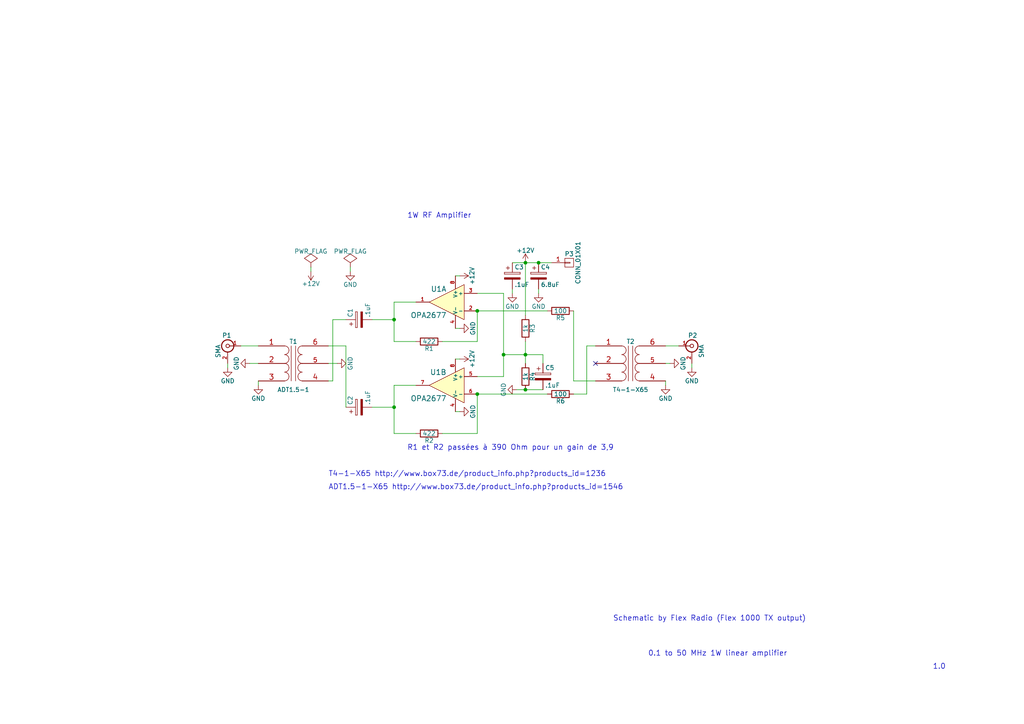
<source format=kicad_sch>
(kicad_sch (version 20230121) (generator eeschema)
  (paper "A4")
  (lib_symbols
    (symbol "ampli1W-rescue:+12V" (power) (pin_names (offset 0))
      (property "Value" "+12V" (at 0 3.556 0))
      (symbol "+12V_0_1"
        (polyline (pts (xy -0.762 1.27) (xy 0 2.54)))
        (polyline (pts (xy 0 0) (xy 0 2.54)))
        (polyline (pts (xy 0 2.54) (xy 0.762 1.27)))
      )
      (symbol "+12V_1_1"
        (pin power_in line (at 0 0 90) (length 0) hide (name "+12V") (number "1"))
      )
    )
    (symbol "ampli1W-rescue:BNC" (pin_names (offset 1.016) hide)
      (property "Reference" "P" (at 0.254 3.048 0))
      (property "Value" "BNC" (at 2.794 -1.524 90))
      (symbol "BNC_0_1"
        (circle (center 0 0) (radius 0.508) (stroke (width 0.2032)))
        (circle (center 0 0) (radius 1.778) (stroke (width 0.3048)))
      )
      (symbol "BNC_1_1"
        (pin passive line (at -3.81 0 0) (length 3.302) (name "In") (number "1"))
        (pin passive line (at 0 -5.08 90) (length 3.302) (name "Ext") (number "2"))
      )
    )
    (symbol "ampli1W-rescue:CONN_01X01" (pin_names (offset 1.016) hide)
      (property "Reference" "P" (at 0 2.54 0))
      (property "Value" "CONN_01X01" (at 2.54 0 90))
      (symbol "CONN_01X01_0_1"
        (rectangle (start -1.27 0.127) (end 0.254 -0.127))
        (rectangle (start -1.27 1.27) (end 1.27 -1.27))
      )
      (symbol "CONN_01X01_1_1"
        (pin passive line (at -5.08 0 0) (length 3.81) (name "P1") (number "1"))
      )
    )
    (symbol "ampli1W-rescue:CP" (pin_numbers hide) (pin_names (offset 0.254))
      (property "Reference" "C" (at 0.635 2.54 0))
      (property "Value" "CP" (at 0.635 -2.54 0))
      (symbol "CP_0_1"
        (rectangle (start -2.286 0.508) (end -2.286 1.016))
        (rectangle (start -2.286 0.508) (end 2.286 0.508))
        (polyline (pts (xy -1.778 2.286) (xy -0.762 2.286)))
        (polyline (pts (xy -1.27 2.794) (xy -1.27 1.778)))
        (rectangle (start 2.286 -0.508) (end -2.286 -1.016) (fill (type outline)))
        (rectangle (start 2.286 1.016) (end -2.286 1.016))
        (rectangle (start 2.286 1.016) (end 2.286 0.508))
      )
      (symbol "CP_1_1"
        (pin passive line (at 0 3.81 270) (length 2.794) (name "~") (number "1"))
        (pin passive line (at 0 -3.81 90) (length 2.794) (name "~") (number "2"))
      )
    )
    (symbol "ampli1W-rescue:GND" (power) (pin_names (offset 0))
      (property "Value" "GND" (at 0 -3.81 0))
      (symbol "GND_0_1"
        (polyline (pts (xy 0 0) (xy 0 -1.27) (xy 1.27 -1.27) (xy 0 -2.54) (xy -1.27 -1.27) (xy 0 -1.27)))
      )
      (symbol "GND_1_1"
        (pin power_in line (at 0 0 270) (length 0) hide (name "GND") (number "1"))
      )
    )
    (symbol "ampli1W-rescue:OP275-RESCUE-ampli1W" (pin_names (offset 0.254))
      (property "Reference" "U" (at 0 3.81 0))
      (property "Value" "OP275-RESCUE-ampli1W" (at 0 -3.81 0))
      (symbol "OP275-RESCUE-ampli1W_0_1"
        (polyline (pts (xy -5.08 5.08) (xy 5.08 0) (xy -5.08 -5.08) (xy -5.08 5.08)) (stroke (width 0.1524)) (fill (type background)))
        (pin power_in line (at -2.54 -7.62 90) (length 3.81) (name "V-") (number "4"))
        (pin power_in line (at -2.54 7.62 270) (length 3.81) (name "V+") (number "8"))
      )
      (symbol "OP275-RESCUE-ampli1W_1_1"
        (pin output line (at 8.89 0 180) (length 3.81) (name "~") (number "1"))
        (pin input line (at -8.89 -2.54 0) (length 3.81) (name "-") (number "2"))
        (pin input line (at -8.89 2.54 0) (length 3.81) (name "+") (number "3"))
      )
      (symbol "OP275-RESCUE-ampli1W_2_1"
        (pin input line (at -8.89 2.54 0) (length 3.81) (name "+") (number "5"))
        (pin input line (at -8.89 -2.54 0) (length 3.81) (name "-") (number "6"))
        (pin output line (at 8.89 0 180) (length 3.81) (name "~") (number "7"))
      )
    )
    (symbol "ampli1W-rescue:PWR_FLAG" (power) (pin_numbers hide) (pin_names (offset 0) hide)
      (property "Value" "PWR_FLAG" (at 0 4.572 0))
      (symbol "PWR_FLAG_0_0"
        (pin power_out line (at 0 0 90) (length 0) (name "pwr") (number "1"))
      )
      (symbol "PWR_FLAG_0_1"
        (polyline (pts (xy 0 0) (xy 0 1.27) (xy -1.905 2.54) (xy 0 3.81) (xy 1.905 2.54) (xy 0 1.27)))
      )
    )
    (symbol "ampli1W-rescue:R" (pin_numbers hide) (pin_names (offset 0))
      (property "Reference" "R" (at 2.032 0 90))
      (property "Value" "R" (at 0 0 90))
      (symbol "R_0_1"
        (rectangle (start -1.016 -2.54) (end 1.016 2.54) (stroke (width 0.254)))
      )
      (symbol "R_1_1"
        (pin passive line (at 0 3.81 270) (length 1.27) (name "~") (number "1"))
        (pin passive line (at 0 -3.81 90) (length 1.27) (name "~") (number "2"))
      )
    )
    (symbol "ampli1W-rescue:TRANSFO4-RESCUE-ampli1W" (pin_names (offset 1.016) hide)
      (property "Reference" "T" (at 0 6.35 0))
      (property "Value" "TRANSFO4-RESCUE-ampli1W" (at 0 -7.62 0))
      (symbol "TRANSFO4-RESCUE-ampli1W_0_1"
        (arc (start -2.54 -5.0546) (mid -1.6599 -4.6901) (end -1.27 -3.81))
        (arc (start -2.54 -2.5146) (mid -1.6599 -2.1501) (end -1.27 -1.27))
        (arc (start -2.54 0.0254) (mid -1.6599 0.3899) (end -1.27 1.27))
        (arc (start -2.54 2.5654) (mid -1.6599 2.9299) (end -1.27 3.81))
        (arc (start -1.27 -3.81) (mid -1.642 -2.912) (end -2.54 -2.54))
        (arc (start -1.27 -1.27) (mid -1.642 -0.372) (end -2.54 0))
        (arc (start -1.27 1.27) (mid -1.642 2.168) (end -2.54 2.54))
        (arc (start -1.27 3.81) (mid -1.642 4.708) (end -2.54 5.08))
        (polyline (pts (xy -0.635 5.08) (xy -0.635 -5.08)))
        (polyline (pts (xy 0.635 -5.08) (xy 0.635 5.08)))
        (arc (start 1.2954 -1.27) (mid 1.6599 -2.1501) (end 2.54 -2.5146))
        (arc (start 1.2954 1.27) (mid 1.6599 0.3899) (end 2.54 0.0254))
        (arc (start 1.2954 3.81) (mid 1.6599 2.9299) (end 2.54 2.5654))
        (arc (start 1.3208 -3.81) (mid 1.6853 -4.6901) (end 2.5654 -5.0546))
        (arc (start 2.54 0) (mid 1.642 -0.372) (end 1.2954 -1.27))
        (arc (start 2.54 2.54) (mid 1.642 2.168) (end 1.2954 1.27))
        (arc (start 2.54 5.08) (mid 1.642 4.708) (end 1.2954 3.81))
        (arc (start 2.5654 -2.54) (mid 1.6674 -2.912) (end 1.3208 -3.81))
      )
      (symbol "TRANSFO4-RESCUE-ampli1W_1_1"
        (pin passive line (at -10.16 5.08 0) (length 7.62) (name "PR1") (number "1"))
        (pin passive line (at -10.16 0 0) (length 7.62) (name "PM") (number "2"))
        (pin passive line (at -10.16 -5.08 0) (length 7.62) (name "PR2") (number "3"))
        (pin passive line (at 10.16 -5.08 180) (length 7.62) (name "S1") (number "4"))
        (pin passive line (at 10.16 0 180) (length 7.62) (name "S5") (number "5"))
        (pin passive line (at 10.16 5.08 180) (length 7.62) (name "S2") (number "6"))
      )
    )
  )
  (junction (at 156.21 76.2))
  (junction (at 114.3 118.11))
  (junction (at 146.05 102.87))
  (junction (at 138.43 114.3))
  (junction (at 138.43 90.17))
  (junction (at 152.4 113.03))
  (junction (at 152.4 102.87))
  (junction (at 114.3 92.71))
  (junction (at 152.4 76.2))
  (no_connect (at 172.72 105.41))
  (wire (pts (xy 95.25 105.41) (xy 97.79 105.41)))
  (wire (pts (xy 114.3 118.11) (xy 114.3 125.73)))
  (wire (pts (xy 128.27 99.06) (xy 138.43 99.06)))
  (wire (pts (xy 193.04 110.49) (xy 193.04 111.76)))
  (wire (pts (xy 101.6 78.74) (xy 101.6 77.47)))
  (wire (pts (xy 146.05 102.87) (xy 146.05 109.22)))
  (wire (pts (xy 170.18 114.3) (xy 170.18 100.33)))
  (wire (pts (xy 152.4 102.87) (xy 157.48 102.87)))
  (wire (pts (xy 69.85 100.33) (xy 74.93 100.33)))
  (wire (pts (xy 200.66 105.41) (xy 200.66 106.68)))
  (wire (pts (xy 133.35 80.01) (xy 132.08 80.01)))
  (wire (pts (xy 146.05 85.09) (xy 146.05 102.87)))
  (wire (pts (xy 152.4 99.06) (xy 152.4 102.87)))
  (wire (pts (xy 74.93 105.41) (xy 72.39 105.41)))
  (wire (pts (xy 146.05 102.87) (xy 152.4 102.87)))
  (wire (pts (xy 152.4 76.2) (xy 152.4 91.44)))
  (wire (pts (xy 152.4 102.87) (xy 152.4 105.41)))
  (wire (pts (xy 114.3 111.76) (xy 114.3 118.11)))
  (wire (pts (xy 193.04 105.41) (xy 194.31 105.41)))
  (wire (pts (xy 158.75 114.3) (xy 138.43 114.3)))
  (wire (pts (xy 157.48 102.87) (xy 157.48 105.41)))
  (wire (pts (xy 156.21 76.2) (xy 160.02 76.2)))
  (wire (pts (xy 114.3 99.06) (xy 120.65 99.06)))
  (wire (pts (xy 114.3 87.63) (xy 114.3 92.71)))
  (wire (pts (xy 120.65 111.76) (xy 114.3 111.76)))
  (wire (pts (xy 114.3 125.73) (xy 120.65 125.73)))
  (wire (pts (xy 196.85 100.33) (xy 193.04 100.33)))
  (wire (pts (xy 133.35 119.38) (xy 132.08 119.38)))
  (wire (pts (xy 133.35 104.14) (xy 132.08 104.14)))
  (wire (pts (xy 133.35 95.25) (xy 132.08 95.25)))
  (wire (pts (xy 114.3 92.71) (xy 114.3 99.06)))
  (wire (pts (xy 148.59 76.2) (xy 152.4 76.2)))
  (wire (pts (xy 66.04 105.41) (xy 66.04 106.68)))
  (wire (pts (xy 107.95 92.71) (xy 114.3 92.71)))
  (wire (pts (xy 107.95 118.11) (xy 114.3 118.11)))
  (wire (pts (xy 138.43 85.09) (xy 146.05 85.09)))
  (wire (pts (xy 74.93 110.49) (xy 74.93 111.76)))
  (wire (pts (xy 170.18 100.33) (xy 172.72 100.33)))
  (wire (pts (xy 95.25 110.49) (xy 96.52 110.49)))
  (wire (pts (xy 152.4 76.2) (xy 156.21 76.2)))
  (wire (pts (xy 152.4 113.03) (xy 157.48 113.03)))
  (wire (pts (xy 172.72 110.49) (xy 166.37 110.49)))
  (wire (pts (xy 166.37 110.49) (xy 166.37 90.17)))
  (wire (pts (xy 96.52 92.71) (xy 100.33 92.71)))
  (wire (pts (xy 138.43 125.73) (xy 128.27 125.73)))
  (wire (pts (xy 95.25 100.33) (xy 100.33 100.33)))
  (wire (pts (xy 138.43 90.17) (xy 158.75 90.17)))
  (wire (pts (xy 138.43 99.06) (xy 138.43 90.17)))
  (wire (pts (xy 138.43 114.3) (xy 138.43 125.73)))
  (wire (pts (xy 100.33 100.33) (xy 100.33 118.11)))
  (wire (pts (xy 120.65 87.63) (xy 114.3 87.63)))
  (wire (pts (xy 96.52 110.49) (xy 96.52 92.71)))
  (wire (pts (xy 146.05 109.22) (xy 138.43 109.22)))
  (wire (pts (xy 156.21 83.82) (xy 156.21 85.09)))
  (wire (pts (xy 166.37 114.3) (xy 170.18 114.3)))
  (wire (pts (xy 149.86 113.03) (xy 152.4 113.03)))
  (wire (pts (xy 148.59 83.82) (xy 148.59 85.09)))
  (wire (pts (xy 90.17 78.74) (xy 90.17 77.47)))
  (text "R1 et R2 passées à 390 Ohm pour un gain de 3,9" (at 118.11 130.81 0) (effects (font (size 1.524 1.524)) (justify left bottom)))
  (text "1.0" (at 270.51 194.31 0) (effects (font (size 1.524 1.524)) (justify left bottom)))
  (text "0.1 to 50 MHz 1W linear amplifier\n" (at 187.96 190.5 0) (effects (font (size 1.524 1.524)) (justify left bottom)))
  (text "T4-1-X65 http://www.box73.de/product_info.php?products_id=1236" (at 95.25 138.43 0) (effects (font (size 1.524 1.524)) (justify left bottom)))
  (text "ADT1.5-1-X65 http://www.box73.de/product_info.php?products_id=1546" (at 95.25 142.24 0) (effects (font (size 1.524 1.524)) (justify left bottom)))
  (text "1W RF Amplifier" (at 118.11 63.5 0) (effects (font (size 1.524 1.524)) (justify left bottom)))
  (text "Schematic by Flex Radio (Flex 1000 TX output)" (at 177.8 180.34 0) (effects (font (size 1.524 1.524)) (justify left bottom)))
  (symbol (lib_id "ampli1W-rescue:OP275-RESCUE-ampli1W") (at 129.54 87.63 0) (mirror y) (unit 1)
    (property "Reference" "U1" (at 129.54 83.82 0) (effects (font (size 1.524 1.524)) (justify left)))
    (property "Value" "OPA2677" (at 129.54 91.44 0) (effects (font (size 1.524 1.524)) (justify left)))
    (property "Footprint" "smd_dil:so-8" (effects hide))
  )
  (symbol (lib_id "ampli1W-rescue:OP275-RESCUE-ampli1W") (at 129.54 111.76 0) (mirror y) (unit 2)
    (property "Reference" "U1" (at 129.54 107.95 0) (effects (font (size 1.524 1.524)) (justify left)))
    (property "Value" "OPA2677" (at 129.54 115.57 0) (effects (font (size 1.524 1.524)) (justify left)))
    (property "Footprint" "smd_dil:so-8" (effects hide))
  )
  (symbol (lib_id "ampli1W-rescue:R") (at 124.46 99.06 270) (unit 1)
    (property "Reference" "R1" (at 124.46 101.092 90))
    (property "Value" "422" (at 124.46 99.06 90))
    (property "Footprint" "Capacitors_SMD:C_0805_HandSoldering" (effects hide))
  )
  (symbol (lib_id "ampli1W-rescue:R") (at 124.46 125.73 270) (unit 1)
    (property "Reference" "R2" (at 124.46 127.762 90))
    (property "Value" "422" (at 124.46 125.73 90))
    (property "Footprint" "Capacitors_SMD:C_0805_HandSoldering" (effects hide))
  )
  (symbol (lib_id "ampli1W-rescue:R") (at 152.4 95.25 0) (unit 1)
    (property "Reference" "R3" (at 154.432 95.25 90))
    (property "Value" "1k" (at 152.4 95.25 90))
    (property "Footprint" "Capacitors_SMD:C_0805_HandSoldering" (effects hide))
  )
  (symbol (lib_id "ampli1W-rescue:R") (at 152.4 109.22 0) (unit 1)
    (property "Reference" "R4" (at 154.432 109.22 90))
    (property "Value" "1k" (at 152.4 109.22 90))
    (property "Footprint" "Capacitors_SMD:C_0805_HandSoldering" (effects hide))
  )
  (symbol (lib_id "ampli1W-rescue:R") (at 162.56 90.17 270) (unit 1)
    (property "Reference" "R5" (at 162.56 92.202 90))
    (property "Value" "100" (at 162.56 90.17 90))
    (property "Footprint" "Capacitors_SMD:C_0805_HandSoldering" (effects hide))
  )
  (symbol (lib_id "ampli1W-rescue:R") (at 162.56 114.3 270) (unit 1)
    (property "Reference" "R6" (at 162.56 116.332 90))
    (property "Value" "100" (at 162.56 114.3 90))
    (property "Footprint" "Capacitors_SMD:C_0805_HandSoldering" (effects hide))
  )
  (symbol (lib_id "ampli1W-rescue:CP") (at 157.48 109.22 0) (unit 1)
    (property "Reference" "C5" (at 158.115 106.68 0) (effects (justify left)))
    (property "Value" ".1uF" (at 158.115 111.76 0) (effects (justify left)))
    (property "Footprint" "Resistors_SMD:R_1206_HandSoldering" (effects hide))
  )
  (symbol (lib_id "ampli1W-rescue:CP") (at 104.14 92.71 90) (unit 1)
    (property "Reference" "C1" (at 101.6 92.075 0) (effects (justify left)))
    (property "Value" ".1uF" (at 106.68 92.075 0) (effects (justify left)))
    (property "Footprint" "Resistors_SMD:R_1206_HandSoldering" (effects hide))
  )
  (symbol (lib_id "ampli1W-rescue:CP") (at 104.14 118.11 90) (unit 1)
    (property "Reference" "C2" (at 101.6 117.475 0) (effects (justify left)))
    (property "Value" ".1uF" (at 106.68 117.475 0) (effects (justify left)))
    (property "Footprint" "Resistors_SMD:R_1206_HandSoldering" (effects hide))
  )
  (symbol (lib_id "ampli1W-rescue:CP") (at 156.21 80.01 0) (unit 1)
    (property "Reference" "C4" (at 156.845 77.47 0) (effects (justify left)))
    (property "Value" "6.8uF" (at 156.845 82.55 0) (effects (justify left)))
    (property "Footprint" "smd_cap:c_tant_D" (effects hide))
  )
  (symbol (lib_id "ampli1W-rescue:CP") (at 148.59 80.01 0) (unit 1)
    (property "Reference" "C3" (at 149.225 77.47 0) (effects (justify left)))
    (property "Value" ".1uF" (at 149.225 82.55 0) (effects (justify left)))
    (property "Footprint" "Resistors_SMD:R_1206_HandSoldering" (effects hide))
  )
  (symbol (lib_id "ampli1W-rescue:GND") (at 156.21 85.09 0) (unit 1)
    (property "Reference" "#PWR01" (effects hide))
    (property "Value" "GND" (at 156.21 88.9 0))
  )
  (symbol (lib_id "ampli1W-rescue:GND") (at 148.59 85.09 0) (unit 1)
    (property "Reference" "#PWR02" (effects hide))
    (property "Value" "GND" (at 148.59 88.9 0))
  )
  (symbol (lib_id "ampli1W-rescue:GND") (at 149.86 113.03 270) (unit 1)
    (property "Reference" "#PWR03" (effects hide))
    (property "Value" "GND" (at 146.05 113.03 0))
  )
  (symbol (lib_id "ampli1W-rescue:GND") (at 101.6 78.74 0) (unit 1)
    (property "Reference" "#PWR04" (effects hide))
    (property "Value" "GND" (at 101.6 82.55 0))
  )
  (symbol (lib_id "ampli1W-rescue:TRANSFO4-RESCUE-ampli1W") (at 85.09 105.41 0) (unit 1)
    (property "Reference" "T1" (at 85.09 99.06 0))
    (property "Value" "ADT1.5-1" (at 85.09 113.03 0))
    (property "Footprint" "smd_dil:mdip_6" (effects hide))
  )
  (symbol (lib_id "ampli1W-rescue:TRANSFO4-RESCUE-ampli1W") (at 182.88 105.41 0) (unit 1)
    (property "Reference" "T2" (at 182.88 99.06 0))
    (property "Value" "T4-1-X65" (at 182.88 113.03 0))
    (property "Footprint" "smd_dil:mdip_6" (effects hide))
  )
  (symbol (lib_id "ampli1W-rescue:BNC") (at 200.66 100.33 0) (unit 1)
    (property "Reference" "P2" (at 200.914 97.282 0))
    (property "Value" "SMA" (at 203.454 101.854 90))
    (property "Footprint" "conn_rf:sma_smd_73251-135x" (effects hide))
  )
  (symbol (lib_id "ampli1W-rescue:BNC") (at 66.04 100.33 0) (mirror y) (unit 1)
    (property "Reference" "P1" (at 65.786 97.282 0))
    (property "Value" "SMA" (at 63.246 101.854 90))
    (property "Footprint" "conn_rf:sma_smd_73251-135x" (effects hide))
  )
  (symbol (lib_id "ampli1W-rescue:GND") (at 66.04 106.68 0) (unit 1)
    (property "Reference" "#PWR05" (effects hide))
    (property "Value" "GND" (at 66.04 110.49 0))
  )
  (symbol (lib_id "ampli1W-rescue:GND") (at 74.93 111.76 0) (unit 1)
    (property "Reference" "#PWR06" (effects hide))
    (property "Value" "GND" (at 74.93 115.57 0))
  )
  (symbol (lib_id "ampli1W-rescue:GND") (at 200.66 106.68 0) (unit 1)
    (property "Reference" "#PWR07" (effects hide))
    (property "Value" "GND" (at 200.66 110.49 0))
  )
  (symbol (lib_id "ampli1W-rescue:GND") (at 193.04 111.76 0) (unit 1)
    (property "Reference" "#PWR08" (effects hide))
    (property "Value" "GND" (at 193.04 115.57 0))
  )
  (symbol (lib_id "ampli1W-rescue:+12V") (at 152.4 76.2 0) (unit 1)
    (property "Reference" "#PWR09" (effects hide))
    (property "Value" "+12V" (at 152.4 72.644 0))
  )
  (symbol (lib_id "ampli1W-rescue:+12V") (at 90.17 78.74 180) (unit 1)
    (property "Reference" "#PWR010" (effects hide))
    (property "Value" "+12V" (at 90.17 82.296 0))
  )
  (symbol (lib_id "ampli1W-rescue:PWR_FLAG") (at 101.6 77.47 0) (unit 1)
    (property "Reference" "#FLG011" (effects hide))
    (property "Value" "PWR_FLAG" (at 101.6 72.898 0))
  )
  (symbol (lib_id "ampli1W-rescue:PWR_FLAG") (at 90.17 77.47 0) (unit 1)
    (property "Reference" "#FLG012" (effects hide))
    (property "Value" "PWR_FLAG" (at 90.17 72.898 0))
  )
  (symbol (lib_id "ampli1W-rescue:GND") (at 133.35 95.25 90) (unit 1)
    (property "Reference" "#PWR013" (effects hide))
    (property "Value" "GND" (at 137.16 95.25 0))
  )
  (symbol (lib_id "ampli1W-rescue:GND") (at 133.35 119.38 90) (unit 1)
    (property "Reference" "#PWR014" (effects hide))
    (property "Value" "GND" (at 137.16 119.38 0))
  )
  (symbol (lib_id "ampli1W-rescue:+12V") (at 133.35 104.14 270) (unit 1)
    (property "Reference" "#PWR015" (effects hide))
    (property "Value" "+12V" (at 136.906 104.14 0))
  )
  (symbol (lib_id "ampli1W-rescue:+12V") (at 133.35 80.01 270) (unit 1)
    (property "Reference" "#PWR016" (effects hide))
    (property "Value" "+12V" (at 136.906 80.01 0))
  )
  (symbol (lib_id "ampli1W-rescue:CONN_01X01") (at 165.1 76.2 0) (unit 1)
    (property "Reference" "P3" (at 165.1 73.66 0))
    (property "Value" "CONN_01X01" (at 167.64 76.2 90))
    (property "Footprint" "Connect:PINTST" (effects hide))
  )
  (symbol (lib_id "ampli1W-rescue:GND") (at 72.39 105.41 270) (unit 1)
    (property "Reference" "#PWR017" (effects hide))
    (property "Value" "GND" (at 68.58 105.41 0))
  )
  (symbol (lib_id "ampli1W-rescue:GND") (at 97.79 105.41 90) (unit 1)
    (property "Reference" "#PWR018" (effects hide))
    (property "Value" "GND" (at 101.6 105.41 0))
  )
  (symbol (lib_id "ampli1W-rescue:GND") (at 194.31 105.41 90) (unit 1)
    (property "Reference" "#PWR019" (effects hide))
    (property "Value" "GND" (at 198.12 105.41 0))
  )
)
</source>
